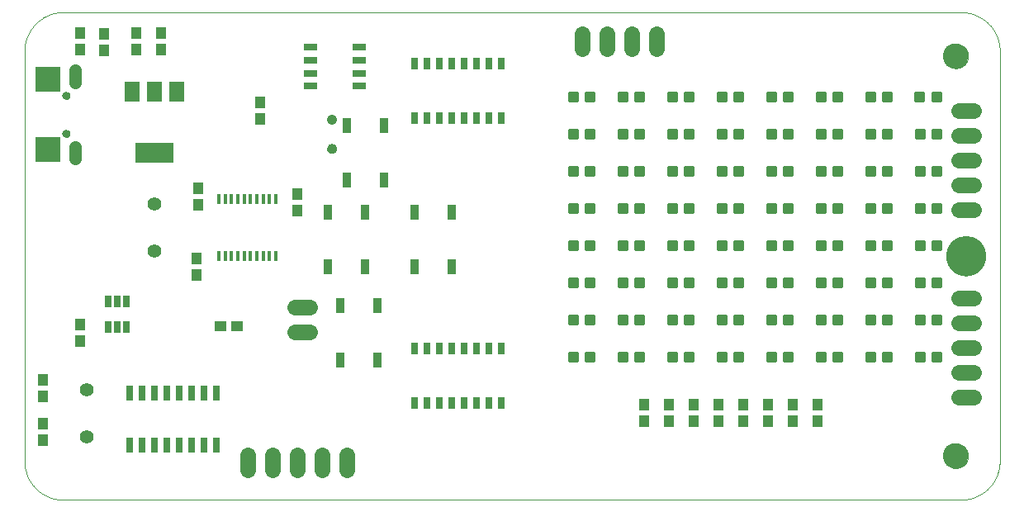
<source format=gts>
G75*
%MOIN*%
%OFA0B0*%
%FSLAX25Y25*%
%IPPOS*%
%LPD*%
%AMOC8*
5,1,8,0,0,1.08239X$1,22.5*
%
%ADD10C,0.00000*%
%ADD11C,0.16148*%
%ADD12C,0.01301*%
%ADD13R,0.04337X0.04731*%
%ADD14C,0.05600*%
%ADD15R,0.02900X0.06400*%
%ADD16R,0.06300X0.08300*%
%ADD17R,0.15400X0.08300*%
%ADD18R,0.01600X0.04300*%
%ADD19R,0.02762X0.05124*%
%ADD20R,0.03400X0.06400*%
%ADD21C,0.06400*%
%ADD22R,0.02565X0.05124*%
%ADD23R,0.04731X0.04337*%
%ADD24C,0.10243*%
%ADD25R,0.05400X0.02900*%
%ADD26C,0.03943*%
%ADD27C,0.03156*%
%ADD28R,0.10243X0.10243*%
%ADD29C,0.05156*%
D10*
X0020048Y0004300D02*
X0382253Y0004300D01*
X0382634Y0004305D01*
X0383014Y0004318D01*
X0383394Y0004341D01*
X0383773Y0004374D01*
X0384151Y0004415D01*
X0384528Y0004465D01*
X0384904Y0004525D01*
X0385279Y0004593D01*
X0385651Y0004671D01*
X0386022Y0004758D01*
X0386390Y0004853D01*
X0386756Y0004958D01*
X0387119Y0005071D01*
X0387480Y0005193D01*
X0387837Y0005323D01*
X0388191Y0005463D01*
X0388542Y0005610D01*
X0388889Y0005767D01*
X0389232Y0005931D01*
X0389571Y0006104D01*
X0389906Y0006285D01*
X0390237Y0006474D01*
X0390562Y0006671D01*
X0390883Y0006875D01*
X0391199Y0007088D01*
X0391509Y0007308D01*
X0391815Y0007535D01*
X0392114Y0007770D01*
X0392408Y0008012D01*
X0392696Y0008260D01*
X0392978Y0008516D01*
X0393253Y0008779D01*
X0393522Y0009048D01*
X0393785Y0009323D01*
X0394041Y0009605D01*
X0394289Y0009893D01*
X0394531Y0010187D01*
X0394766Y0010486D01*
X0394993Y0010792D01*
X0395213Y0011102D01*
X0395426Y0011418D01*
X0395630Y0011739D01*
X0395827Y0012064D01*
X0396016Y0012395D01*
X0396197Y0012730D01*
X0396370Y0013069D01*
X0396534Y0013412D01*
X0396691Y0013759D01*
X0396838Y0014110D01*
X0396978Y0014464D01*
X0397108Y0014821D01*
X0397230Y0015182D01*
X0397343Y0015545D01*
X0397448Y0015911D01*
X0397543Y0016279D01*
X0397630Y0016650D01*
X0397708Y0017022D01*
X0397776Y0017397D01*
X0397836Y0017773D01*
X0397886Y0018150D01*
X0397927Y0018528D01*
X0397960Y0018907D01*
X0397983Y0019287D01*
X0397996Y0019667D01*
X0398001Y0020048D01*
X0398001Y0185402D01*
X0397996Y0185783D01*
X0397983Y0186163D01*
X0397960Y0186543D01*
X0397927Y0186922D01*
X0397886Y0187300D01*
X0397836Y0187677D01*
X0397776Y0188053D01*
X0397708Y0188428D01*
X0397630Y0188800D01*
X0397543Y0189171D01*
X0397448Y0189539D01*
X0397343Y0189905D01*
X0397230Y0190268D01*
X0397108Y0190629D01*
X0396978Y0190986D01*
X0396838Y0191340D01*
X0396691Y0191691D01*
X0396534Y0192038D01*
X0396370Y0192381D01*
X0396197Y0192720D01*
X0396016Y0193055D01*
X0395827Y0193386D01*
X0395630Y0193711D01*
X0395426Y0194032D01*
X0395213Y0194348D01*
X0394993Y0194658D01*
X0394766Y0194964D01*
X0394531Y0195263D01*
X0394289Y0195557D01*
X0394041Y0195845D01*
X0393785Y0196127D01*
X0393522Y0196402D01*
X0393253Y0196671D01*
X0392978Y0196934D01*
X0392696Y0197190D01*
X0392408Y0197438D01*
X0392114Y0197680D01*
X0391815Y0197915D01*
X0391509Y0198142D01*
X0391199Y0198362D01*
X0390883Y0198575D01*
X0390562Y0198779D01*
X0390237Y0198976D01*
X0389906Y0199165D01*
X0389571Y0199346D01*
X0389232Y0199519D01*
X0388889Y0199683D01*
X0388542Y0199840D01*
X0388191Y0199987D01*
X0387837Y0200127D01*
X0387480Y0200257D01*
X0387119Y0200379D01*
X0386756Y0200492D01*
X0386390Y0200597D01*
X0386022Y0200692D01*
X0385651Y0200779D01*
X0385279Y0200857D01*
X0384904Y0200925D01*
X0384528Y0200985D01*
X0384151Y0201035D01*
X0383773Y0201076D01*
X0383394Y0201109D01*
X0383014Y0201132D01*
X0382634Y0201145D01*
X0382253Y0201150D01*
X0020048Y0201150D01*
X0019662Y0201145D01*
X0019275Y0201131D01*
X0018890Y0201107D01*
X0018504Y0201074D01*
X0018120Y0201032D01*
X0017737Y0200980D01*
X0017356Y0200918D01*
X0016976Y0200847D01*
X0016598Y0200767D01*
X0016222Y0200678D01*
X0015848Y0200580D01*
X0015477Y0200472D01*
X0015108Y0200355D01*
X0014743Y0200229D01*
X0014380Y0200095D01*
X0014022Y0199951D01*
X0013666Y0199799D01*
X0013315Y0199638D01*
X0012968Y0199468D01*
X0012624Y0199290D01*
X0012286Y0199104D01*
X0011952Y0198910D01*
X0011623Y0198707D01*
X0011299Y0198496D01*
X0010980Y0198277D01*
X0010667Y0198051D01*
X0010359Y0197817D01*
X0010058Y0197575D01*
X0009762Y0197327D01*
X0009472Y0197070D01*
X0009189Y0196807D01*
X0008912Y0196538D01*
X0008643Y0196261D01*
X0008380Y0195978D01*
X0008123Y0195688D01*
X0007875Y0195392D01*
X0007633Y0195091D01*
X0007399Y0194783D01*
X0007173Y0194470D01*
X0006954Y0194151D01*
X0006743Y0193827D01*
X0006540Y0193498D01*
X0006346Y0193164D01*
X0006160Y0192826D01*
X0005982Y0192482D01*
X0005812Y0192135D01*
X0005651Y0191784D01*
X0005499Y0191428D01*
X0005355Y0191070D01*
X0005221Y0190707D01*
X0005095Y0190342D01*
X0004978Y0189973D01*
X0004870Y0189602D01*
X0004772Y0189228D01*
X0004683Y0188852D01*
X0004603Y0188474D01*
X0004532Y0188094D01*
X0004470Y0187713D01*
X0004418Y0187330D01*
X0004376Y0186946D01*
X0004343Y0186560D01*
X0004319Y0186175D01*
X0004305Y0185788D01*
X0004300Y0185402D01*
X0004300Y0020048D01*
X0004305Y0019667D01*
X0004318Y0019287D01*
X0004341Y0018907D01*
X0004374Y0018528D01*
X0004415Y0018150D01*
X0004465Y0017773D01*
X0004525Y0017397D01*
X0004593Y0017022D01*
X0004671Y0016650D01*
X0004758Y0016279D01*
X0004853Y0015911D01*
X0004958Y0015545D01*
X0005071Y0015182D01*
X0005193Y0014821D01*
X0005323Y0014464D01*
X0005463Y0014110D01*
X0005610Y0013759D01*
X0005767Y0013412D01*
X0005931Y0013069D01*
X0006104Y0012730D01*
X0006285Y0012395D01*
X0006474Y0012064D01*
X0006671Y0011739D01*
X0006875Y0011418D01*
X0007088Y0011102D01*
X0007308Y0010792D01*
X0007535Y0010486D01*
X0007770Y0010187D01*
X0008012Y0009893D01*
X0008260Y0009605D01*
X0008516Y0009323D01*
X0008779Y0009048D01*
X0009048Y0008779D01*
X0009323Y0008516D01*
X0009605Y0008260D01*
X0009893Y0008012D01*
X0010187Y0007770D01*
X0010486Y0007535D01*
X0010792Y0007308D01*
X0011102Y0007088D01*
X0011418Y0006875D01*
X0011739Y0006671D01*
X0012064Y0006474D01*
X0012395Y0006285D01*
X0012730Y0006104D01*
X0013069Y0005931D01*
X0013412Y0005767D01*
X0013759Y0005610D01*
X0014110Y0005463D01*
X0014464Y0005323D01*
X0014821Y0005193D01*
X0015182Y0005071D01*
X0015545Y0004958D01*
X0015911Y0004853D01*
X0016279Y0004758D01*
X0016650Y0004671D01*
X0017022Y0004593D01*
X0017397Y0004525D01*
X0017773Y0004465D01*
X0018150Y0004415D01*
X0018528Y0004374D01*
X0018907Y0004341D01*
X0019287Y0004318D01*
X0019667Y0004305D01*
X0020048Y0004300D01*
X0014930Y0144457D02*
X0012568Y0144457D01*
X0012502Y0144465D01*
X0012438Y0144477D01*
X0012374Y0144493D01*
X0012311Y0144512D01*
X0012250Y0144536D01*
X0012190Y0144563D01*
X0012132Y0144593D01*
X0012076Y0144627D01*
X0012022Y0144664D01*
X0011970Y0144705D01*
X0011921Y0144749D01*
X0011874Y0144795D01*
X0011831Y0144844D01*
X0011790Y0144896D01*
X0011753Y0144950D01*
X0011719Y0145006D01*
X0011689Y0145064D01*
X0011662Y0145124D01*
X0011638Y0145185D01*
X0011619Y0145248D01*
X0011603Y0145312D01*
X0011591Y0145376D01*
X0011583Y0145442D01*
X0011579Y0145507D01*
X0011579Y0145573D01*
X0011583Y0145638D01*
X0011583Y0145639D02*
X0011579Y0145704D01*
X0011579Y0145770D01*
X0011583Y0145835D01*
X0011591Y0145901D01*
X0011603Y0145965D01*
X0011619Y0146029D01*
X0011638Y0146092D01*
X0011662Y0146153D01*
X0011689Y0146213D01*
X0011719Y0146271D01*
X0011753Y0146327D01*
X0011790Y0146381D01*
X0011831Y0146433D01*
X0011874Y0146482D01*
X0011921Y0146528D01*
X0011970Y0146572D01*
X0012022Y0146613D01*
X0012076Y0146650D01*
X0012132Y0146684D01*
X0012190Y0146714D01*
X0012250Y0146741D01*
X0012311Y0146765D01*
X0012374Y0146784D01*
X0012438Y0146800D01*
X0012502Y0146812D01*
X0012568Y0146820D01*
X0014930Y0146820D01*
X0014929Y0146820D02*
X0014992Y0146812D01*
X0015054Y0146801D01*
X0015116Y0146786D01*
X0015176Y0146768D01*
X0015236Y0146746D01*
X0015294Y0146721D01*
X0015350Y0146692D01*
X0015405Y0146660D01*
X0015457Y0146625D01*
X0015508Y0146587D01*
X0015556Y0146547D01*
X0015602Y0146503D01*
X0015645Y0146457D01*
X0015686Y0146408D01*
X0015724Y0146357D01*
X0015758Y0146305D01*
X0015790Y0146250D01*
X0015818Y0146193D01*
X0015843Y0146135D01*
X0015864Y0146075D01*
X0015882Y0146015D01*
X0015896Y0145953D01*
X0015907Y0145891D01*
X0015914Y0145828D01*
X0015918Y0145765D01*
X0015917Y0145702D01*
X0015914Y0145639D01*
X0015914Y0145638D02*
X0015917Y0145575D01*
X0015918Y0145512D01*
X0015914Y0145449D01*
X0015907Y0145386D01*
X0015896Y0145324D01*
X0015882Y0145262D01*
X0015864Y0145202D01*
X0015843Y0145142D01*
X0015818Y0145084D01*
X0015790Y0145027D01*
X0015758Y0144972D01*
X0015724Y0144920D01*
X0015686Y0144869D01*
X0015645Y0144820D01*
X0015602Y0144774D01*
X0015556Y0144730D01*
X0015508Y0144690D01*
X0015457Y0144652D01*
X0015405Y0144617D01*
X0015350Y0144585D01*
X0015294Y0144556D01*
X0015236Y0144531D01*
X0015176Y0144509D01*
X0015116Y0144491D01*
X0015054Y0144476D01*
X0014992Y0144465D01*
X0014929Y0144457D01*
X0019851Y0152135D02*
X0019853Y0152209D01*
X0019859Y0152283D01*
X0019869Y0152356D01*
X0019883Y0152429D01*
X0019900Y0152501D01*
X0019922Y0152571D01*
X0019947Y0152641D01*
X0019976Y0152709D01*
X0020009Y0152775D01*
X0020045Y0152840D01*
X0020085Y0152902D01*
X0020127Y0152963D01*
X0020173Y0153021D01*
X0020222Y0153076D01*
X0020274Y0153129D01*
X0020329Y0153179D01*
X0020386Y0153225D01*
X0020446Y0153269D01*
X0020508Y0153309D01*
X0020572Y0153346D01*
X0020638Y0153380D01*
X0020706Y0153410D01*
X0020775Y0153436D01*
X0020846Y0153459D01*
X0020917Y0153477D01*
X0020990Y0153492D01*
X0021063Y0153503D01*
X0021137Y0153510D01*
X0021211Y0153513D01*
X0021284Y0153512D01*
X0021358Y0153507D01*
X0021432Y0153498D01*
X0021505Y0153485D01*
X0021577Y0153468D01*
X0021648Y0153448D01*
X0021718Y0153423D01*
X0021786Y0153395D01*
X0021853Y0153364D01*
X0021918Y0153328D01*
X0021981Y0153290D01*
X0022042Y0153248D01*
X0022101Y0153202D01*
X0022157Y0153154D01*
X0022210Y0153103D01*
X0022260Y0153049D01*
X0022308Y0152992D01*
X0022352Y0152933D01*
X0022394Y0152871D01*
X0022432Y0152808D01*
X0022466Y0152742D01*
X0022497Y0152675D01*
X0022524Y0152606D01*
X0022547Y0152536D01*
X0022567Y0152465D01*
X0022583Y0152392D01*
X0022595Y0152319D01*
X0022603Y0152246D01*
X0022607Y0152172D01*
X0022607Y0152098D01*
X0022603Y0152024D01*
X0022595Y0151951D01*
X0022583Y0151878D01*
X0022567Y0151805D01*
X0022547Y0151734D01*
X0022524Y0151664D01*
X0022497Y0151595D01*
X0022466Y0151528D01*
X0022432Y0151462D01*
X0022394Y0151399D01*
X0022352Y0151337D01*
X0022308Y0151278D01*
X0022260Y0151221D01*
X0022210Y0151167D01*
X0022157Y0151116D01*
X0022101Y0151068D01*
X0022042Y0151022D01*
X0021981Y0150980D01*
X0021918Y0150942D01*
X0021853Y0150906D01*
X0021786Y0150875D01*
X0021718Y0150847D01*
X0021648Y0150822D01*
X0021577Y0150802D01*
X0021505Y0150785D01*
X0021432Y0150772D01*
X0021358Y0150763D01*
X0021284Y0150758D01*
X0021211Y0150757D01*
X0021137Y0150760D01*
X0021063Y0150767D01*
X0020990Y0150778D01*
X0020917Y0150793D01*
X0020846Y0150811D01*
X0020775Y0150834D01*
X0020706Y0150860D01*
X0020638Y0150890D01*
X0020572Y0150924D01*
X0020508Y0150961D01*
X0020446Y0151001D01*
X0020386Y0151045D01*
X0020329Y0151091D01*
X0020274Y0151141D01*
X0020222Y0151194D01*
X0020173Y0151249D01*
X0020127Y0151307D01*
X0020085Y0151368D01*
X0020045Y0151430D01*
X0020009Y0151495D01*
X0019976Y0151561D01*
X0019947Y0151629D01*
X0019922Y0151699D01*
X0019900Y0151769D01*
X0019883Y0151841D01*
X0019869Y0151914D01*
X0019859Y0151987D01*
X0019853Y0152061D01*
X0019851Y0152135D01*
X0019851Y0167489D02*
X0019853Y0167563D01*
X0019859Y0167637D01*
X0019869Y0167710D01*
X0019883Y0167783D01*
X0019900Y0167855D01*
X0019922Y0167925D01*
X0019947Y0167995D01*
X0019976Y0168063D01*
X0020009Y0168129D01*
X0020045Y0168194D01*
X0020085Y0168256D01*
X0020127Y0168317D01*
X0020173Y0168375D01*
X0020222Y0168430D01*
X0020274Y0168483D01*
X0020329Y0168533D01*
X0020386Y0168579D01*
X0020446Y0168623D01*
X0020508Y0168663D01*
X0020572Y0168700D01*
X0020638Y0168734D01*
X0020706Y0168764D01*
X0020775Y0168790D01*
X0020846Y0168813D01*
X0020917Y0168831D01*
X0020990Y0168846D01*
X0021063Y0168857D01*
X0021137Y0168864D01*
X0021211Y0168867D01*
X0021284Y0168866D01*
X0021358Y0168861D01*
X0021432Y0168852D01*
X0021505Y0168839D01*
X0021577Y0168822D01*
X0021648Y0168802D01*
X0021718Y0168777D01*
X0021786Y0168749D01*
X0021853Y0168718D01*
X0021918Y0168682D01*
X0021981Y0168644D01*
X0022042Y0168602D01*
X0022101Y0168556D01*
X0022157Y0168508D01*
X0022210Y0168457D01*
X0022260Y0168403D01*
X0022308Y0168346D01*
X0022352Y0168287D01*
X0022394Y0168225D01*
X0022432Y0168162D01*
X0022466Y0168096D01*
X0022497Y0168029D01*
X0022524Y0167960D01*
X0022547Y0167890D01*
X0022567Y0167819D01*
X0022583Y0167746D01*
X0022595Y0167673D01*
X0022603Y0167600D01*
X0022607Y0167526D01*
X0022607Y0167452D01*
X0022603Y0167378D01*
X0022595Y0167305D01*
X0022583Y0167232D01*
X0022567Y0167159D01*
X0022547Y0167088D01*
X0022524Y0167018D01*
X0022497Y0166949D01*
X0022466Y0166882D01*
X0022432Y0166816D01*
X0022394Y0166753D01*
X0022352Y0166691D01*
X0022308Y0166632D01*
X0022260Y0166575D01*
X0022210Y0166521D01*
X0022157Y0166470D01*
X0022101Y0166422D01*
X0022042Y0166376D01*
X0021981Y0166334D01*
X0021918Y0166296D01*
X0021853Y0166260D01*
X0021786Y0166229D01*
X0021718Y0166201D01*
X0021648Y0166176D01*
X0021577Y0166156D01*
X0021505Y0166139D01*
X0021432Y0166126D01*
X0021358Y0166117D01*
X0021284Y0166112D01*
X0021211Y0166111D01*
X0021137Y0166114D01*
X0021063Y0166121D01*
X0020990Y0166132D01*
X0020917Y0166147D01*
X0020846Y0166165D01*
X0020775Y0166188D01*
X0020706Y0166214D01*
X0020638Y0166244D01*
X0020572Y0166278D01*
X0020508Y0166315D01*
X0020446Y0166355D01*
X0020386Y0166399D01*
X0020329Y0166445D01*
X0020274Y0166495D01*
X0020222Y0166548D01*
X0020173Y0166603D01*
X0020127Y0166661D01*
X0020085Y0166722D01*
X0020045Y0166784D01*
X0020009Y0166849D01*
X0019976Y0166915D01*
X0019947Y0166983D01*
X0019922Y0167053D01*
X0019900Y0167123D01*
X0019883Y0167195D01*
X0019869Y0167268D01*
X0019859Y0167341D01*
X0019853Y0167415D01*
X0019851Y0167489D01*
X0014930Y0172804D02*
X0012568Y0172804D01*
X0012502Y0172812D01*
X0012438Y0172824D01*
X0012374Y0172840D01*
X0012311Y0172859D01*
X0012250Y0172883D01*
X0012190Y0172910D01*
X0012132Y0172940D01*
X0012076Y0172974D01*
X0012022Y0173011D01*
X0011970Y0173052D01*
X0011921Y0173096D01*
X0011874Y0173142D01*
X0011831Y0173191D01*
X0011790Y0173243D01*
X0011753Y0173297D01*
X0011719Y0173353D01*
X0011689Y0173411D01*
X0011662Y0173471D01*
X0011638Y0173532D01*
X0011619Y0173595D01*
X0011603Y0173659D01*
X0011591Y0173723D01*
X0011583Y0173789D01*
X0011579Y0173854D01*
X0011579Y0173920D01*
X0011583Y0173985D01*
X0011579Y0174050D01*
X0011579Y0174116D01*
X0011583Y0174181D01*
X0011591Y0174247D01*
X0011603Y0174311D01*
X0011619Y0174375D01*
X0011638Y0174438D01*
X0011662Y0174499D01*
X0011689Y0174559D01*
X0011719Y0174617D01*
X0011753Y0174673D01*
X0011790Y0174727D01*
X0011831Y0174779D01*
X0011874Y0174828D01*
X0011921Y0174874D01*
X0011970Y0174918D01*
X0012022Y0174959D01*
X0012076Y0174996D01*
X0012132Y0175030D01*
X0012190Y0175060D01*
X0012250Y0175087D01*
X0012311Y0175111D01*
X0012374Y0175130D01*
X0012438Y0175146D01*
X0012502Y0175158D01*
X0012568Y0175166D01*
X0014930Y0175166D01*
X0014929Y0175166D02*
X0014992Y0175158D01*
X0015054Y0175147D01*
X0015116Y0175132D01*
X0015176Y0175114D01*
X0015236Y0175092D01*
X0015294Y0175067D01*
X0015350Y0175038D01*
X0015405Y0175006D01*
X0015457Y0174971D01*
X0015508Y0174933D01*
X0015556Y0174893D01*
X0015602Y0174849D01*
X0015645Y0174803D01*
X0015686Y0174754D01*
X0015724Y0174703D01*
X0015758Y0174651D01*
X0015790Y0174596D01*
X0015818Y0174539D01*
X0015843Y0174481D01*
X0015864Y0174421D01*
X0015882Y0174361D01*
X0015896Y0174299D01*
X0015907Y0174237D01*
X0015914Y0174174D01*
X0015918Y0174111D01*
X0015917Y0174048D01*
X0015914Y0173985D01*
X0015917Y0173922D01*
X0015918Y0173859D01*
X0015914Y0173796D01*
X0015907Y0173733D01*
X0015896Y0173671D01*
X0015882Y0173609D01*
X0015864Y0173549D01*
X0015843Y0173489D01*
X0015818Y0173431D01*
X0015790Y0173374D01*
X0015758Y0173319D01*
X0015724Y0173267D01*
X0015686Y0173216D01*
X0015645Y0173167D01*
X0015602Y0173121D01*
X0015556Y0173077D01*
X0015508Y0173037D01*
X0015457Y0172999D01*
X0015405Y0172964D01*
X0015350Y0172932D01*
X0015294Y0172903D01*
X0015236Y0172878D01*
X0015176Y0172856D01*
X0015116Y0172838D01*
X0015054Y0172823D01*
X0014992Y0172812D01*
X0014929Y0172804D01*
X0126544Y0157843D02*
X0126546Y0157927D01*
X0126552Y0158010D01*
X0126562Y0158093D01*
X0126576Y0158176D01*
X0126593Y0158258D01*
X0126615Y0158339D01*
X0126640Y0158418D01*
X0126669Y0158497D01*
X0126702Y0158574D01*
X0126738Y0158649D01*
X0126778Y0158723D01*
X0126821Y0158795D01*
X0126868Y0158864D01*
X0126918Y0158931D01*
X0126971Y0158996D01*
X0127027Y0159058D01*
X0127085Y0159118D01*
X0127147Y0159175D01*
X0127211Y0159228D01*
X0127278Y0159279D01*
X0127347Y0159326D01*
X0127418Y0159371D01*
X0127491Y0159411D01*
X0127566Y0159448D01*
X0127643Y0159482D01*
X0127721Y0159512D01*
X0127800Y0159538D01*
X0127881Y0159561D01*
X0127963Y0159579D01*
X0128045Y0159594D01*
X0128128Y0159605D01*
X0128211Y0159612D01*
X0128295Y0159615D01*
X0128379Y0159614D01*
X0128462Y0159609D01*
X0128546Y0159600D01*
X0128628Y0159587D01*
X0128710Y0159571D01*
X0128791Y0159550D01*
X0128872Y0159526D01*
X0128950Y0159498D01*
X0129028Y0159466D01*
X0129104Y0159430D01*
X0129178Y0159391D01*
X0129250Y0159349D01*
X0129320Y0159303D01*
X0129388Y0159254D01*
X0129453Y0159202D01*
X0129516Y0159147D01*
X0129576Y0159089D01*
X0129634Y0159028D01*
X0129688Y0158964D01*
X0129740Y0158898D01*
X0129788Y0158830D01*
X0129833Y0158759D01*
X0129874Y0158686D01*
X0129913Y0158612D01*
X0129947Y0158536D01*
X0129978Y0158458D01*
X0130005Y0158379D01*
X0130029Y0158298D01*
X0130048Y0158217D01*
X0130064Y0158135D01*
X0130076Y0158052D01*
X0130084Y0157968D01*
X0130088Y0157885D01*
X0130088Y0157801D01*
X0130084Y0157718D01*
X0130076Y0157634D01*
X0130064Y0157551D01*
X0130048Y0157469D01*
X0130029Y0157388D01*
X0130005Y0157307D01*
X0129978Y0157228D01*
X0129947Y0157150D01*
X0129913Y0157074D01*
X0129874Y0157000D01*
X0129833Y0156927D01*
X0129788Y0156856D01*
X0129740Y0156788D01*
X0129688Y0156722D01*
X0129634Y0156658D01*
X0129576Y0156597D01*
X0129516Y0156539D01*
X0129453Y0156484D01*
X0129388Y0156432D01*
X0129320Y0156383D01*
X0129250Y0156337D01*
X0129178Y0156295D01*
X0129104Y0156256D01*
X0129028Y0156220D01*
X0128950Y0156188D01*
X0128872Y0156160D01*
X0128791Y0156136D01*
X0128710Y0156115D01*
X0128628Y0156099D01*
X0128546Y0156086D01*
X0128462Y0156077D01*
X0128379Y0156072D01*
X0128295Y0156071D01*
X0128211Y0156074D01*
X0128128Y0156081D01*
X0128045Y0156092D01*
X0127963Y0156107D01*
X0127881Y0156125D01*
X0127800Y0156148D01*
X0127721Y0156174D01*
X0127643Y0156204D01*
X0127566Y0156238D01*
X0127491Y0156275D01*
X0127418Y0156315D01*
X0127347Y0156360D01*
X0127278Y0156407D01*
X0127211Y0156458D01*
X0127147Y0156511D01*
X0127085Y0156568D01*
X0127027Y0156628D01*
X0126971Y0156690D01*
X0126918Y0156755D01*
X0126868Y0156822D01*
X0126821Y0156891D01*
X0126778Y0156963D01*
X0126738Y0157037D01*
X0126702Y0157112D01*
X0126669Y0157189D01*
X0126640Y0157268D01*
X0126615Y0157347D01*
X0126593Y0157428D01*
X0126576Y0157510D01*
X0126562Y0157593D01*
X0126552Y0157676D01*
X0126546Y0157759D01*
X0126544Y0157843D01*
X0126544Y0146032D02*
X0126546Y0146116D01*
X0126552Y0146199D01*
X0126562Y0146282D01*
X0126576Y0146365D01*
X0126593Y0146447D01*
X0126615Y0146528D01*
X0126640Y0146607D01*
X0126669Y0146686D01*
X0126702Y0146763D01*
X0126738Y0146838D01*
X0126778Y0146912D01*
X0126821Y0146984D01*
X0126868Y0147053D01*
X0126918Y0147120D01*
X0126971Y0147185D01*
X0127027Y0147247D01*
X0127085Y0147307D01*
X0127147Y0147364D01*
X0127211Y0147417D01*
X0127278Y0147468D01*
X0127347Y0147515D01*
X0127418Y0147560D01*
X0127491Y0147600D01*
X0127566Y0147637D01*
X0127643Y0147671D01*
X0127721Y0147701D01*
X0127800Y0147727D01*
X0127881Y0147750D01*
X0127963Y0147768D01*
X0128045Y0147783D01*
X0128128Y0147794D01*
X0128211Y0147801D01*
X0128295Y0147804D01*
X0128379Y0147803D01*
X0128462Y0147798D01*
X0128546Y0147789D01*
X0128628Y0147776D01*
X0128710Y0147760D01*
X0128791Y0147739D01*
X0128872Y0147715D01*
X0128950Y0147687D01*
X0129028Y0147655D01*
X0129104Y0147619D01*
X0129178Y0147580D01*
X0129250Y0147538D01*
X0129320Y0147492D01*
X0129388Y0147443D01*
X0129453Y0147391D01*
X0129516Y0147336D01*
X0129576Y0147278D01*
X0129634Y0147217D01*
X0129688Y0147153D01*
X0129740Y0147087D01*
X0129788Y0147019D01*
X0129833Y0146948D01*
X0129874Y0146875D01*
X0129913Y0146801D01*
X0129947Y0146725D01*
X0129978Y0146647D01*
X0130005Y0146568D01*
X0130029Y0146487D01*
X0130048Y0146406D01*
X0130064Y0146324D01*
X0130076Y0146241D01*
X0130084Y0146157D01*
X0130088Y0146074D01*
X0130088Y0145990D01*
X0130084Y0145907D01*
X0130076Y0145823D01*
X0130064Y0145740D01*
X0130048Y0145658D01*
X0130029Y0145577D01*
X0130005Y0145496D01*
X0129978Y0145417D01*
X0129947Y0145339D01*
X0129913Y0145263D01*
X0129874Y0145189D01*
X0129833Y0145116D01*
X0129788Y0145045D01*
X0129740Y0144977D01*
X0129688Y0144911D01*
X0129634Y0144847D01*
X0129576Y0144786D01*
X0129516Y0144728D01*
X0129453Y0144673D01*
X0129388Y0144621D01*
X0129320Y0144572D01*
X0129250Y0144526D01*
X0129178Y0144484D01*
X0129104Y0144445D01*
X0129028Y0144409D01*
X0128950Y0144377D01*
X0128872Y0144349D01*
X0128791Y0144325D01*
X0128710Y0144304D01*
X0128628Y0144288D01*
X0128546Y0144275D01*
X0128462Y0144266D01*
X0128379Y0144261D01*
X0128295Y0144260D01*
X0128211Y0144263D01*
X0128128Y0144270D01*
X0128045Y0144281D01*
X0127963Y0144296D01*
X0127881Y0144314D01*
X0127800Y0144337D01*
X0127721Y0144363D01*
X0127643Y0144393D01*
X0127566Y0144427D01*
X0127491Y0144464D01*
X0127418Y0144504D01*
X0127347Y0144549D01*
X0127278Y0144596D01*
X0127211Y0144647D01*
X0127147Y0144700D01*
X0127085Y0144757D01*
X0127027Y0144817D01*
X0126971Y0144879D01*
X0126918Y0144944D01*
X0126868Y0145011D01*
X0126821Y0145080D01*
X0126778Y0145152D01*
X0126738Y0145226D01*
X0126702Y0145301D01*
X0126669Y0145378D01*
X0126640Y0145457D01*
X0126615Y0145536D01*
X0126593Y0145617D01*
X0126576Y0145699D01*
X0126562Y0145782D01*
X0126552Y0145865D01*
X0126546Y0145948D01*
X0126544Y0146032D01*
X0375363Y0183434D02*
X0375365Y0183574D01*
X0375371Y0183714D01*
X0375381Y0183853D01*
X0375395Y0183992D01*
X0375413Y0184131D01*
X0375434Y0184269D01*
X0375460Y0184407D01*
X0375490Y0184544D01*
X0375523Y0184679D01*
X0375561Y0184814D01*
X0375602Y0184948D01*
X0375647Y0185081D01*
X0375695Y0185212D01*
X0375748Y0185341D01*
X0375804Y0185470D01*
X0375863Y0185596D01*
X0375927Y0185721D01*
X0375993Y0185844D01*
X0376064Y0185965D01*
X0376137Y0186084D01*
X0376214Y0186201D01*
X0376295Y0186315D01*
X0376378Y0186427D01*
X0376465Y0186537D01*
X0376555Y0186645D01*
X0376647Y0186749D01*
X0376743Y0186851D01*
X0376842Y0186951D01*
X0376943Y0187047D01*
X0377047Y0187141D01*
X0377154Y0187231D01*
X0377263Y0187318D01*
X0377375Y0187403D01*
X0377489Y0187484D01*
X0377605Y0187562D01*
X0377723Y0187636D01*
X0377844Y0187707D01*
X0377966Y0187775D01*
X0378091Y0187839D01*
X0378217Y0187900D01*
X0378344Y0187957D01*
X0378474Y0188010D01*
X0378605Y0188060D01*
X0378737Y0188105D01*
X0378870Y0188148D01*
X0379005Y0188186D01*
X0379140Y0188220D01*
X0379277Y0188251D01*
X0379414Y0188278D01*
X0379552Y0188300D01*
X0379691Y0188319D01*
X0379830Y0188334D01*
X0379969Y0188345D01*
X0380109Y0188352D01*
X0380249Y0188355D01*
X0380389Y0188354D01*
X0380529Y0188349D01*
X0380668Y0188340D01*
X0380808Y0188327D01*
X0380947Y0188310D01*
X0381085Y0188289D01*
X0381223Y0188265D01*
X0381360Y0188236D01*
X0381496Y0188204D01*
X0381631Y0188167D01*
X0381765Y0188127D01*
X0381898Y0188083D01*
X0382029Y0188035D01*
X0382159Y0187984D01*
X0382288Y0187929D01*
X0382415Y0187870D01*
X0382540Y0187807D01*
X0382663Y0187742D01*
X0382785Y0187672D01*
X0382904Y0187599D01*
X0383022Y0187523D01*
X0383137Y0187444D01*
X0383250Y0187361D01*
X0383360Y0187275D01*
X0383468Y0187186D01*
X0383573Y0187094D01*
X0383676Y0186999D01*
X0383776Y0186901D01*
X0383873Y0186801D01*
X0383967Y0186697D01*
X0384059Y0186591D01*
X0384147Y0186483D01*
X0384232Y0186372D01*
X0384314Y0186258D01*
X0384393Y0186142D01*
X0384468Y0186025D01*
X0384540Y0185905D01*
X0384608Y0185783D01*
X0384673Y0185659D01*
X0384735Y0185533D01*
X0384793Y0185406D01*
X0384847Y0185277D01*
X0384898Y0185146D01*
X0384944Y0185014D01*
X0384987Y0184881D01*
X0385027Y0184747D01*
X0385062Y0184612D01*
X0385094Y0184475D01*
X0385121Y0184338D01*
X0385145Y0184200D01*
X0385165Y0184062D01*
X0385181Y0183923D01*
X0385193Y0183783D01*
X0385201Y0183644D01*
X0385205Y0183504D01*
X0385205Y0183364D01*
X0385201Y0183224D01*
X0385193Y0183085D01*
X0385181Y0182945D01*
X0385165Y0182806D01*
X0385145Y0182668D01*
X0385121Y0182530D01*
X0385094Y0182393D01*
X0385062Y0182256D01*
X0385027Y0182121D01*
X0384987Y0181987D01*
X0384944Y0181854D01*
X0384898Y0181722D01*
X0384847Y0181591D01*
X0384793Y0181462D01*
X0384735Y0181335D01*
X0384673Y0181209D01*
X0384608Y0181085D01*
X0384540Y0180963D01*
X0384468Y0180843D01*
X0384393Y0180726D01*
X0384314Y0180610D01*
X0384232Y0180496D01*
X0384147Y0180385D01*
X0384059Y0180277D01*
X0383967Y0180171D01*
X0383873Y0180067D01*
X0383776Y0179967D01*
X0383676Y0179869D01*
X0383573Y0179774D01*
X0383468Y0179682D01*
X0383360Y0179593D01*
X0383250Y0179507D01*
X0383137Y0179424D01*
X0383022Y0179345D01*
X0382904Y0179269D01*
X0382785Y0179196D01*
X0382663Y0179126D01*
X0382540Y0179061D01*
X0382415Y0178998D01*
X0382288Y0178939D01*
X0382159Y0178884D01*
X0382029Y0178833D01*
X0381898Y0178785D01*
X0381765Y0178741D01*
X0381631Y0178701D01*
X0381496Y0178664D01*
X0381360Y0178632D01*
X0381223Y0178603D01*
X0381085Y0178579D01*
X0380947Y0178558D01*
X0380808Y0178541D01*
X0380668Y0178528D01*
X0380529Y0178519D01*
X0380389Y0178514D01*
X0380249Y0178513D01*
X0380109Y0178516D01*
X0379969Y0178523D01*
X0379830Y0178534D01*
X0379691Y0178549D01*
X0379552Y0178568D01*
X0379414Y0178590D01*
X0379277Y0178617D01*
X0379140Y0178648D01*
X0379005Y0178682D01*
X0378870Y0178720D01*
X0378737Y0178763D01*
X0378605Y0178808D01*
X0378474Y0178858D01*
X0378344Y0178911D01*
X0378217Y0178968D01*
X0378091Y0179029D01*
X0377966Y0179093D01*
X0377844Y0179161D01*
X0377723Y0179232D01*
X0377605Y0179306D01*
X0377489Y0179384D01*
X0377375Y0179465D01*
X0377263Y0179550D01*
X0377154Y0179637D01*
X0377047Y0179727D01*
X0376943Y0179821D01*
X0376842Y0179917D01*
X0376743Y0180017D01*
X0376647Y0180119D01*
X0376555Y0180223D01*
X0376465Y0180331D01*
X0376378Y0180441D01*
X0376295Y0180553D01*
X0376214Y0180667D01*
X0376137Y0180784D01*
X0376064Y0180903D01*
X0375993Y0181024D01*
X0375927Y0181147D01*
X0375863Y0181272D01*
X0375804Y0181398D01*
X0375748Y0181527D01*
X0375695Y0181656D01*
X0375647Y0181787D01*
X0375602Y0181920D01*
X0375561Y0182054D01*
X0375523Y0182189D01*
X0375490Y0182324D01*
X0375460Y0182461D01*
X0375434Y0182599D01*
X0375413Y0182737D01*
X0375395Y0182876D01*
X0375381Y0183015D01*
X0375371Y0183154D01*
X0375365Y0183294D01*
X0375363Y0183434D01*
X0376426Y0102725D02*
X0376428Y0102918D01*
X0376435Y0103111D01*
X0376447Y0103304D01*
X0376464Y0103497D01*
X0376485Y0103689D01*
X0376511Y0103880D01*
X0376542Y0104071D01*
X0376577Y0104261D01*
X0376617Y0104450D01*
X0376662Y0104638D01*
X0376711Y0104825D01*
X0376765Y0105011D01*
X0376823Y0105195D01*
X0376886Y0105378D01*
X0376954Y0105559D01*
X0377025Y0105738D01*
X0377102Y0105916D01*
X0377182Y0106092D01*
X0377267Y0106265D01*
X0377356Y0106437D01*
X0377449Y0106606D01*
X0377546Y0106773D01*
X0377648Y0106938D01*
X0377753Y0107100D01*
X0377862Y0107259D01*
X0377976Y0107416D01*
X0378093Y0107569D01*
X0378213Y0107720D01*
X0378338Y0107868D01*
X0378466Y0108013D01*
X0378597Y0108154D01*
X0378732Y0108293D01*
X0378871Y0108428D01*
X0379012Y0108559D01*
X0379157Y0108687D01*
X0379305Y0108812D01*
X0379456Y0108932D01*
X0379609Y0109049D01*
X0379766Y0109163D01*
X0379925Y0109272D01*
X0380087Y0109377D01*
X0380252Y0109479D01*
X0380419Y0109576D01*
X0380588Y0109669D01*
X0380760Y0109758D01*
X0380933Y0109843D01*
X0381109Y0109923D01*
X0381287Y0110000D01*
X0381466Y0110071D01*
X0381647Y0110139D01*
X0381830Y0110202D01*
X0382014Y0110260D01*
X0382200Y0110314D01*
X0382387Y0110363D01*
X0382575Y0110408D01*
X0382764Y0110448D01*
X0382954Y0110483D01*
X0383145Y0110514D01*
X0383336Y0110540D01*
X0383528Y0110561D01*
X0383721Y0110578D01*
X0383914Y0110590D01*
X0384107Y0110597D01*
X0384300Y0110599D01*
X0384493Y0110597D01*
X0384686Y0110590D01*
X0384879Y0110578D01*
X0385072Y0110561D01*
X0385264Y0110540D01*
X0385455Y0110514D01*
X0385646Y0110483D01*
X0385836Y0110448D01*
X0386025Y0110408D01*
X0386213Y0110363D01*
X0386400Y0110314D01*
X0386586Y0110260D01*
X0386770Y0110202D01*
X0386953Y0110139D01*
X0387134Y0110071D01*
X0387313Y0110000D01*
X0387491Y0109923D01*
X0387667Y0109843D01*
X0387840Y0109758D01*
X0388012Y0109669D01*
X0388181Y0109576D01*
X0388348Y0109479D01*
X0388513Y0109377D01*
X0388675Y0109272D01*
X0388834Y0109163D01*
X0388991Y0109049D01*
X0389144Y0108932D01*
X0389295Y0108812D01*
X0389443Y0108687D01*
X0389588Y0108559D01*
X0389729Y0108428D01*
X0389868Y0108293D01*
X0390003Y0108154D01*
X0390134Y0108013D01*
X0390262Y0107868D01*
X0390387Y0107720D01*
X0390507Y0107569D01*
X0390624Y0107416D01*
X0390738Y0107259D01*
X0390847Y0107100D01*
X0390952Y0106938D01*
X0391054Y0106773D01*
X0391151Y0106606D01*
X0391244Y0106437D01*
X0391333Y0106265D01*
X0391418Y0106092D01*
X0391498Y0105916D01*
X0391575Y0105738D01*
X0391646Y0105559D01*
X0391714Y0105378D01*
X0391777Y0105195D01*
X0391835Y0105011D01*
X0391889Y0104825D01*
X0391938Y0104638D01*
X0391983Y0104450D01*
X0392023Y0104261D01*
X0392058Y0104071D01*
X0392089Y0103880D01*
X0392115Y0103689D01*
X0392136Y0103497D01*
X0392153Y0103304D01*
X0392165Y0103111D01*
X0392172Y0102918D01*
X0392174Y0102725D01*
X0392172Y0102532D01*
X0392165Y0102339D01*
X0392153Y0102146D01*
X0392136Y0101953D01*
X0392115Y0101761D01*
X0392089Y0101570D01*
X0392058Y0101379D01*
X0392023Y0101189D01*
X0391983Y0101000D01*
X0391938Y0100812D01*
X0391889Y0100625D01*
X0391835Y0100439D01*
X0391777Y0100255D01*
X0391714Y0100072D01*
X0391646Y0099891D01*
X0391575Y0099712D01*
X0391498Y0099534D01*
X0391418Y0099358D01*
X0391333Y0099185D01*
X0391244Y0099013D01*
X0391151Y0098844D01*
X0391054Y0098677D01*
X0390952Y0098512D01*
X0390847Y0098350D01*
X0390738Y0098191D01*
X0390624Y0098034D01*
X0390507Y0097881D01*
X0390387Y0097730D01*
X0390262Y0097582D01*
X0390134Y0097437D01*
X0390003Y0097296D01*
X0389868Y0097157D01*
X0389729Y0097022D01*
X0389588Y0096891D01*
X0389443Y0096763D01*
X0389295Y0096638D01*
X0389144Y0096518D01*
X0388991Y0096401D01*
X0388834Y0096287D01*
X0388675Y0096178D01*
X0388513Y0096073D01*
X0388348Y0095971D01*
X0388181Y0095874D01*
X0388012Y0095781D01*
X0387840Y0095692D01*
X0387667Y0095607D01*
X0387491Y0095527D01*
X0387313Y0095450D01*
X0387134Y0095379D01*
X0386953Y0095311D01*
X0386770Y0095248D01*
X0386586Y0095190D01*
X0386400Y0095136D01*
X0386213Y0095087D01*
X0386025Y0095042D01*
X0385836Y0095002D01*
X0385646Y0094967D01*
X0385455Y0094936D01*
X0385264Y0094910D01*
X0385072Y0094889D01*
X0384879Y0094872D01*
X0384686Y0094860D01*
X0384493Y0094853D01*
X0384300Y0094851D01*
X0384107Y0094853D01*
X0383914Y0094860D01*
X0383721Y0094872D01*
X0383528Y0094889D01*
X0383336Y0094910D01*
X0383145Y0094936D01*
X0382954Y0094967D01*
X0382764Y0095002D01*
X0382575Y0095042D01*
X0382387Y0095087D01*
X0382200Y0095136D01*
X0382014Y0095190D01*
X0381830Y0095248D01*
X0381647Y0095311D01*
X0381466Y0095379D01*
X0381287Y0095450D01*
X0381109Y0095527D01*
X0380933Y0095607D01*
X0380760Y0095692D01*
X0380588Y0095781D01*
X0380419Y0095874D01*
X0380252Y0095971D01*
X0380087Y0096073D01*
X0379925Y0096178D01*
X0379766Y0096287D01*
X0379609Y0096401D01*
X0379456Y0096518D01*
X0379305Y0096638D01*
X0379157Y0096763D01*
X0379012Y0096891D01*
X0378871Y0097022D01*
X0378732Y0097157D01*
X0378597Y0097296D01*
X0378466Y0097437D01*
X0378338Y0097582D01*
X0378213Y0097730D01*
X0378093Y0097881D01*
X0377976Y0098034D01*
X0377862Y0098191D01*
X0377753Y0098350D01*
X0377648Y0098512D01*
X0377546Y0098677D01*
X0377449Y0098844D01*
X0377356Y0099013D01*
X0377267Y0099185D01*
X0377182Y0099358D01*
X0377102Y0099534D01*
X0377025Y0099712D01*
X0376954Y0099891D01*
X0376886Y0100072D01*
X0376823Y0100255D01*
X0376765Y0100439D01*
X0376711Y0100625D01*
X0376662Y0100812D01*
X0376617Y0101000D01*
X0376577Y0101189D01*
X0376542Y0101379D01*
X0376511Y0101570D01*
X0376485Y0101761D01*
X0376464Y0101953D01*
X0376447Y0102146D01*
X0376435Y0102339D01*
X0376428Y0102532D01*
X0376426Y0102725D01*
X0375363Y0022017D02*
X0375365Y0022157D01*
X0375371Y0022297D01*
X0375381Y0022436D01*
X0375395Y0022575D01*
X0375413Y0022714D01*
X0375434Y0022852D01*
X0375460Y0022990D01*
X0375490Y0023127D01*
X0375523Y0023262D01*
X0375561Y0023397D01*
X0375602Y0023531D01*
X0375647Y0023664D01*
X0375695Y0023795D01*
X0375748Y0023924D01*
X0375804Y0024053D01*
X0375863Y0024179D01*
X0375927Y0024304D01*
X0375993Y0024427D01*
X0376064Y0024548D01*
X0376137Y0024667D01*
X0376214Y0024784D01*
X0376295Y0024898D01*
X0376378Y0025010D01*
X0376465Y0025120D01*
X0376555Y0025228D01*
X0376647Y0025332D01*
X0376743Y0025434D01*
X0376842Y0025534D01*
X0376943Y0025630D01*
X0377047Y0025724D01*
X0377154Y0025814D01*
X0377263Y0025901D01*
X0377375Y0025986D01*
X0377489Y0026067D01*
X0377605Y0026145D01*
X0377723Y0026219D01*
X0377844Y0026290D01*
X0377966Y0026358D01*
X0378091Y0026422D01*
X0378217Y0026483D01*
X0378344Y0026540D01*
X0378474Y0026593D01*
X0378605Y0026643D01*
X0378737Y0026688D01*
X0378870Y0026731D01*
X0379005Y0026769D01*
X0379140Y0026803D01*
X0379277Y0026834D01*
X0379414Y0026861D01*
X0379552Y0026883D01*
X0379691Y0026902D01*
X0379830Y0026917D01*
X0379969Y0026928D01*
X0380109Y0026935D01*
X0380249Y0026938D01*
X0380389Y0026937D01*
X0380529Y0026932D01*
X0380668Y0026923D01*
X0380808Y0026910D01*
X0380947Y0026893D01*
X0381085Y0026872D01*
X0381223Y0026848D01*
X0381360Y0026819D01*
X0381496Y0026787D01*
X0381631Y0026750D01*
X0381765Y0026710D01*
X0381898Y0026666D01*
X0382029Y0026618D01*
X0382159Y0026567D01*
X0382288Y0026512D01*
X0382415Y0026453D01*
X0382540Y0026390D01*
X0382663Y0026325D01*
X0382785Y0026255D01*
X0382904Y0026182D01*
X0383022Y0026106D01*
X0383137Y0026027D01*
X0383250Y0025944D01*
X0383360Y0025858D01*
X0383468Y0025769D01*
X0383573Y0025677D01*
X0383676Y0025582D01*
X0383776Y0025484D01*
X0383873Y0025384D01*
X0383967Y0025280D01*
X0384059Y0025174D01*
X0384147Y0025066D01*
X0384232Y0024955D01*
X0384314Y0024841D01*
X0384393Y0024725D01*
X0384468Y0024608D01*
X0384540Y0024488D01*
X0384608Y0024366D01*
X0384673Y0024242D01*
X0384735Y0024116D01*
X0384793Y0023989D01*
X0384847Y0023860D01*
X0384898Y0023729D01*
X0384944Y0023597D01*
X0384987Y0023464D01*
X0385027Y0023330D01*
X0385062Y0023195D01*
X0385094Y0023058D01*
X0385121Y0022921D01*
X0385145Y0022783D01*
X0385165Y0022645D01*
X0385181Y0022506D01*
X0385193Y0022366D01*
X0385201Y0022227D01*
X0385205Y0022087D01*
X0385205Y0021947D01*
X0385201Y0021807D01*
X0385193Y0021668D01*
X0385181Y0021528D01*
X0385165Y0021389D01*
X0385145Y0021251D01*
X0385121Y0021113D01*
X0385094Y0020976D01*
X0385062Y0020839D01*
X0385027Y0020704D01*
X0384987Y0020570D01*
X0384944Y0020437D01*
X0384898Y0020305D01*
X0384847Y0020174D01*
X0384793Y0020045D01*
X0384735Y0019918D01*
X0384673Y0019792D01*
X0384608Y0019668D01*
X0384540Y0019546D01*
X0384468Y0019426D01*
X0384393Y0019309D01*
X0384314Y0019193D01*
X0384232Y0019079D01*
X0384147Y0018968D01*
X0384059Y0018860D01*
X0383967Y0018754D01*
X0383873Y0018650D01*
X0383776Y0018550D01*
X0383676Y0018452D01*
X0383573Y0018357D01*
X0383468Y0018265D01*
X0383360Y0018176D01*
X0383250Y0018090D01*
X0383137Y0018007D01*
X0383022Y0017928D01*
X0382904Y0017852D01*
X0382785Y0017779D01*
X0382663Y0017709D01*
X0382540Y0017644D01*
X0382415Y0017581D01*
X0382288Y0017522D01*
X0382159Y0017467D01*
X0382029Y0017416D01*
X0381898Y0017368D01*
X0381765Y0017324D01*
X0381631Y0017284D01*
X0381496Y0017247D01*
X0381360Y0017215D01*
X0381223Y0017186D01*
X0381085Y0017162D01*
X0380947Y0017141D01*
X0380808Y0017124D01*
X0380668Y0017111D01*
X0380529Y0017102D01*
X0380389Y0017097D01*
X0380249Y0017096D01*
X0380109Y0017099D01*
X0379969Y0017106D01*
X0379830Y0017117D01*
X0379691Y0017132D01*
X0379552Y0017151D01*
X0379414Y0017173D01*
X0379277Y0017200D01*
X0379140Y0017231D01*
X0379005Y0017265D01*
X0378870Y0017303D01*
X0378737Y0017346D01*
X0378605Y0017391D01*
X0378474Y0017441D01*
X0378344Y0017494D01*
X0378217Y0017551D01*
X0378091Y0017612D01*
X0377966Y0017676D01*
X0377844Y0017744D01*
X0377723Y0017815D01*
X0377605Y0017889D01*
X0377489Y0017967D01*
X0377375Y0018048D01*
X0377263Y0018133D01*
X0377154Y0018220D01*
X0377047Y0018310D01*
X0376943Y0018404D01*
X0376842Y0018500D01*
X0376743Y0018600D01*
X0376647Y0018702D01*
X0376555Y0018806D01*
X0376465Y0018914D01*
X0376378Y0019024D01*
X0376295Y0019136D01*
X0376214Y0019250D01*
X0376137Y0019367D01*
X0376064Y0019486D01*
X0375993Y0019607D01*
X0375927Y0019730D01*
X0375863Y0019855D01*
X0375804Y0019981D01*
X0375748Y0020110D01*
X0375695Y0020239D01*
X0375647Y0020370D01*
X0375602Y0020503D01*
X0375561Y0020637D01*
X0375523Y0020772D01*
X0375490Y0020907D01*
X0375460Y0021044D01*
X0375434Y0021182D01*
X0375413Y0021320D01*
X0375395Y0021459D01*
X0375381Y0021598D01*
X0375371Y0021737D01*
X0375365Y0021877D01*
X0375363Y0022017D01*
D11*
X0384300Y0102725D03*
D12*
X0374271Y0105282D02*
X0374271Y0108318D01*
X0374271Y0105282D02*
X0371235Y0105282D01*
X0371235Y0108318D01*
X0374271Y0108318D01*
X0374271Y0106582D02*
X0371235Y0106582D01*
X0371235Y0107882D02*
X0374271Y0107882D01*
X0367365Y0108318D02*
X0367365Y0105282D01*
X0364329Y0105282D01*
X0364329Y0108318D01*
X0367365Y0108318D01*
X0367365Y0106582D02*
X0364329Y0106582D01*
X0364329Y0107882D02*
X0367365Y0107882D01*
X0354271Y0108318D02*
X0354271Y0105282D01*
X0351235Y0105282D01*
X0351235Y0108318D01*
X0354271Y0108318D01*
X0354271Y0106582D02*
X0351235Y0106582D01*
X0351235Y0107882D02*
X0354271Y0107882D01*
X0347365Y0108318D02*
X0347365Y0105282D01*
X0344329Y0105282D01*
X0344329Y0108318D01*
X0347365Y0108318D01*
X0347365Y0106582D02*
X0344329Y0106582D01*
X0344329Y0107882D02*
X0347365Y0107882D01*
X0334271Y0108318D02*
X0334271Y0105282D01*
X0331235Y0105282D01*
X0331235Y0108318D01*
X0334271Y0108318D01*
X0334271Y0106582D02*
X0331235Y0106582D01*
X0331235Y0107882D02*
X0334271Y0107882D01*
X0327365Y0108318D02*
X0327365Y0105282D01*
X0324329Y0105282D01*
X0324329Y0108318D01*
X0327365Y0108318D01*
X0327365Y0106582D02*
X0324329Y0106582D01*
X0324329Y0107882D02*
X0327365Y0107882D01*
X0314271Y0108318D02*
X0314271Y0105282D01*
X0311235Y0105282D01*
X0311235Y0108318D01*
X0314271Y0108318D01*
X0314271Y0106582D02*
X0311235Y0106582D01*
X0311235Y0107882D02*
X0314271Y0107882D01*
X0307365Y0108318D02*
X0307365Y0105282D01*
X0304329Y0105282D01*
X0304329Y0108318D01*
X0307365Y0108318D01*
X0307365Y0106582D02*
X0304329Y0106582D01*
X0304329Y0107882D02*
X0307365Y0107882D01*
X0294271Y0108318D02*
X0294271Y0105282D01*
X0291235Y0105282D01*
X0291235Y0108318D01*
X0294271Y0108318D01*
X0294271Y0106582D02*
X0291235Y0106582D01*
X0291235Y0107882D02*
X0294271Y0107882D01*
X0287365Y0108318D02*
X0287365Y0105282D01*
X0284329Y0105282D01*
X0284329Y0108318D01*
X0287365Y0108318D01*
X0287365Y0106582D02*
X0284329Y0106582D01*
X0284329Y0107882D02*
X0287365Y0107882D01*
X0274271Y0108318D02*
X0274271Y0105282D01*
X0271235Y0105282D01*
X0271235Y0108318D01*
X0274271Y0108318D01*
X0274271Y0106582D02*
X0271235Y0106582D01*
X0271235Y0107882D02*
X0274271Y0107882D01*
X0267365Y0108318D02*
X0267365Y0105282D01*
X0264329Y0105282D01*
X0264329Y0108318D01*
X0267365Y0108318D01*
X0267365Y0106582D02*
X0264329Y0106582D01*
X0264329Y0107882D02*
X0267365Y0107882D01*
X0254271Y0108318D02*
X0254271Y0105282D01*
X0251235Y0105282D01*
X0251235Y0108318D01*
X0254271Y0108318D01*
X0254271Y0106582D02*
X0251235Y0106582D01*
X0251235Y0107882D02*
X0254271Y0107882D01*
X0247365Y0108318D02*
X0247365Y0105282D01*
X0244329Y0105282D01*
X0244329Y0108318D01*
X0247365Y0108318D01*
X0247365Y0106582D02*
X0244329Y0106582D01*
X0244329Y0107882D02*
X0247365Y0107882D01*
X0234271Y0108318D02*
X0234271Y0105282D01*
X0231235Y0105282D01*
X0231235Y0108318D01*
X0234271Y0108318D01*
X0234271Y0106582D02*
X0231235Y0106582D01*
X0231235Y0107882D02*
X0234271Y0107882D01*
X0227365Y0108318D02*
X0227365Y0105282D01*
X0224329Y0105282D01*
X0224329Y0108318D01*
X0227365Y0108318D01*
X0227365Y0106582D02*
X0224329Y0106582D01*
X0224329Y0107882D02*
X0227365Y0107882D01*
X0227365Y0120282D02*
X0227365Y0123318D01*
X0227365Y0120282D02*
X0224329Y0120282D01*
X0224329Y0123318D01*
X0227365Y0123318D01*
X0227365Y0121582D02*
X0224329Y0121582D01*
X0224329Y0122882D02*
X0227365Y0122882D01*
X0234271Y0123318D02*
X0234271Y0120282D01*
X0231235Y0120282D01*
X0231235Y0123318D01*
X0234271Y0123318D01*
X0234271Y0121582D02*
X0231235Y0121582D01*
X0231235Y0122882D02*
X0234271Y0122882D01*
X0247365Y0123318D02*
X0247365Y0120282D01*
X0244329Y0120282D01*
X0244329Y0123318D01*
X0247365Y0123318D01*
X0247365Y0121582D02*
X0244329Y0121582D01*
X0244329Y0122882D02*
X0247365Y0122882D01*
X0254271Y0123318D02*
X0254271Y0120282D01*
X0251235Y0120282D01*
X0251235Y0123318D01*
X0254271Y0123318D01*
X0254271Y0121582D02*
X0251235Y0121582D01*
X0251235Y0122882D02*
X0254271Y0122882D01*
X0267365Y0123318D02*
X0267365Y0120282D01*
X0264329Y0120282D01*
X0264329Y0123318D01*
X0267365Y0123318D01*
X0267365Y0121582D02*
X0264329Y0121582D01*
X0264329Y0122882D02*
X0267365Y0122882D01*
X0274271Y0123318D02*
X0274271Y0120282D01*
X0271235Y0120282D01*
X0271235Y0123318D01*
X0274271Y0123318D01*
X0274271Y0121582D02*
X0271235Y0121582D01*
X0271235Y0122882D02*
X0274271Y0122882D01*
X0287365Y0123318D02*
X0287365Y0120282D01*
X0284329Y0120282D01*
X0284329Y0123318D01*
X0287365Y0123318D01*
X0287365Y0121582D02*
X0284329Y0121582D01*
X0284329Y0122882D02*
X0287365Y0122882D01*
X0294271Y0123318D02*
X0294271Y0120282D01*
X0291235Y0120282D01*
X0291235Y0123318D01*
X0294271Y0123318D01*
X0294271Y0121582D02*
X0291235Y0121582D01*
X0291235Y0122882D02*
X0294271Y0122882D01*
X0307365Y0123318D02*
X0307365Y0120282D01*
X0304329Y0120282D01*
X0304329Y0123318D01*
X0307365Y0123318D01*
X0307365Y0121582D02*
X0304329Y0121582D01*
X0304329Y0122882D02*
X0307365Y0122882D01*
X0314271Y0123318D02*
X0314271Y0120282D01*
X0311235Y0120282D01*
X0311235Y0123318D01*
X0314271Y0123318D01*
X0314271Y0121582D02*
X0311235Y0121582D01*
X0311235Y0122882D02*
X0314271Y0122882D01*
X0327365Y0123318D02*
X0327365Y0120282D01*
X0324329Y0120282D01*
X0324329Y0123318D01*
X0327365Y0123318D01*
X0327365Y0121582D02*
X0324329Y0121582D01*
X0324329Y0122882D02*
X0327365Y0122882D01*
X0334271Y0123318D02*
X0334271Y0120282D01*
X0331235Y0120282D01*
X0331235Y0123318D01*
X0334271Y0123318D01*
X0334271Y0121582D02*
X0331235Y0121582D01*
X0331235Y0122882D02*
X0334271Y0122882D01*
X0347365Y0123318D02*
X0347365Y0120282D01*
X0344329Y0120282D01*
X0344329Y0123318D01*
X0347365Y0123318D01*
X0347365Y0121582D02*
X0344329Y0121582D01*
X0344329Y0122882D02*
X0347365Y0122882D01*
X0354271Y0123318D02*
X0354271Y0120282D01*
X0351235Y0120282D01*
X0351235Y0123318D01*
X0354271Y0123318D01*
X0354271Y0121582D02*
X0351235Y0121582D01*
X0351235Y0122882D02*
X0354271Y0122882D01*
X0367365Y0123318D02*
X0367365Y0120282D01*
X0364329Y0120282D01*
X0364329Y0123318D01*
X0367365Y0123318D01*
X0367365Y0121582D02*
X0364329Y0121582D01*
X0364329Y0122882D02*
X0367365Y0122882D01*
X0374271Y0123318D02*
X0374271Y0120282D01*
X0371235Y0120282D01*
X0371235Y0123318D01*
X0374271Y0123318D01*
X0374271Y0121582D02*
X0371235Y0121582D01*
X0371235Y0122882D02*
X0374271Y0122882D01*
X0374271Y0135282D02*
X0374271Y0138318D01*
X0374271Y0135282D02*
X0371235Y0135282D01*
X0371235Y0138318D01*
X0374271Y0138318D01*
X0374271Y0136582D02*
X0371235Y0136582D01*
X0371235Y0137882D02*
X0374271Y0137882D01*
X0367365Y0138318D02*
X0367365Y0135282D01*
X0364329Y0135282D01*
X0364329Y0138318D01*
X0367365Y0138318D01*
X0367365Y0136582D02*
X0364329Y0136582D01*
X0364329Y0137882D02*
X0367365Y0137882D01*
X0354271Y0138318D02*
X0354271Y0135282D01*
X0351235Y0135282D01*
X0351235Y0138318D01*
X0354271Y0138318D01*
X0354271Y0136582D02*
X0351235Y0136582D01*
X0351235Y0137882D02*
X0354271Y0137882D01*
X0347365Y0138318D02*
X0347365Y0135282D01*
X0344329Y0135282D01*
X0344329Y0138318D01*
X0347365Y0138318D01*
X0347365Y0136582D02*
X0344329Y0136582D01*
X0344329Y0137882D02*
X0347365Y0137882D01*
X0334271Y0138318D02*
X0334271Y0135282D01*
X0331235Y0135282D01*
X0331235Y0138318D01*
X0334271Y0138318D01*
X0334271Y0136582D02*
X0331235Y0136582D01*
X0331235Y0137882D02*
X0334271Y0137882D01*
X0327365Y0138318D02*
X0327365Y0135282D01*
X0324329Y0135282D01*
X0324329Y0138318D01*
X0327365Y0138318D01*
X0327365Y0136582D02*
X0324329Y0136582D01*
X0324329Y0137882D02*
X0327365Y0137882D01*
X0314271Y0138318D02*
X0314271Y0135282D01*
X0311235Y0135282D01*
X0311235Y0138318D01*
X0314271Y0138318D01*
X0314271Y0136582D02*
X0311235Y0136582D01*
X0311235Y0137882D02*
X0314271Y0137882D01*
X0307365Y0138318D02*
X0307365Y0135282D01*
X0304329Y0135282D01*
X0304329Y0138318D01*
X0307365Y0138318D01*
X0307365Y0136582D02*
X0304329Y0136582D01*
X0304329Y0137882D02*
X0307365Y0137882D01*
X0294271Y0138318D02*
X0294271Y0135282D01*
X0291235Y0135282D01*
X0291235Y0138318D01*
X0294271Y0138318D01*
X0294271Y0136582D02*
X0291235Y0136582D01*
X0291235Y0137882D02*
X0294271Y0137882D01*
X0287365Y0138318D02*
X0287365Y0135282D01*
X0284329Y0135282D01*
X0284329Y0138318D01*
X0287365Y0138318D01*
X0287365Y0136582D02*
X0284329Y0136582D01*
X0284329Y0137882D02*
X0287365Y0137882D01*
X0274271Y0138318D02*
X0274271Y0135282D01*
X0271235Y0135282D01*
X0271235Y0138318D01*
X0274271Y0138318D01*
X0274271Y0136582D02*
X0271235Y0136582D01*
X0271235Y0137882D02*
X0274271Y0137882D01*
X0267365Y0138318D02*
X0267365Y0135282D01*
X0264329Y0135282D01*
X0264329Y0138318D01*
X0267365Y0138318D01*
X0267365Y0136582D02*
X0264329Y0136582D01*
X0264329Y0137882D02*
X0267365Y0137882D01*
X0254271Y0138318D02*
X0254271Y0135282D01*
X0251235Y0135282D01*
X0251235Y0138318D01*
X0254271Y0138318D01*
X0254271Y0136582D02*
X0251235Y0136582D01*
X0251235Y0137882D02*
X0254271Y0137882D01*
X0247365Y0138318D02*
X0247365Y0135282D01*
X0244329Y0135282D01*
X0244329Y0138318D01*
X0247365Y0138318D01*
X0247365Y0136582D02*
X0244329Y0136582D01*
X0244329Y0137882D02*
X0247365Y0137882D01*
X0234271Y0138318D02*
X0234271Y0135282D01*
X0231235Y0135282D01*
X0231235Y0138318D01*
X0234271Y0138318D01*
X0234271Y0136582D02*
X0231235Y0136582D01*
X0231235Y0137882D02*
X0234271Y0137882D01*
X0227365Y0138318D02*
X0227365Y0135282D01*
X0224329Y0135282D01*
X0224329Y0138318D01*
X0227365Y0138318D01*
X0227365Y0136582D02*
X0224329Y0136582D01*
X0224329Y0137882D02*
X0227365Y0137882D01*
X0227365Y0150282D02*
X0227365Y0153318D01*
X0227365Y0150282D02*
X0224329Y0150282D01*
X0224329Y0153318D01*
X0227365Y0153318D01*
X0227365Y0151582D02*
X0224329Y0151582D01*
X0224329Y0152882D02*
X0227365Y0152882D01*
X0234271Y0153318D02*
X0234271Y0150282D01*
X0231235Y0150282D01*
X0231235Y0153318D01*
X0234271Y0153318D01*
X0234271Y0151582D02*
X0231235Y0151582D01*
X0231235Y0152882D02*
X0234271Y0152882D01*
X0247365Y0153318D02*
X0247365Y0150282D01*
X0244329Y0150282D01*
X0244329Y0153318D01*
X0247365Y0153318D01*
X0247365Y0151582D02*
X0244329Y0151582D01*
X0244329Y0152882D02*
X0247365Y0152882D01*
X0254271Y0153318D02*
X0254271Y0150282D01*
X0251235Y0150282D01*
X0251235Y0153318D01*
X0254271Y0153318D01*
X0254271Y0151582D02*
X0251235Y0151582D01*
X0251235Y0152882D02*
X0254271Y0152882D01*
X0267365Y0153318D02*
X0267365Y0150282D01*
X0264329Y0150282D01*
X0264329Y0153318D01*
X0267365Y0153318D01*
X0267365Y0151582D02*
X0264329Y0151582D01*
X0264329Y0152882D02*
X0267365Y0152882D01*
X0274271Y0153318D02*
X0274271Y0150282D01*
X0271235Y0150282D01*
X0271235Y0153318D01*
X0274271Y0153318D01*
X0274271Y0151582D02*
X0271235Y0151582D01*
X0271235Y0152882D02*
X0274271Y0152882D01*
X0287365Y0153318D02*
X0287365Y0150282D01*
X0284329Y0150282D01*
X0284329Y0153318D01*
X0287365Y0153318D01*
X0287365Y0151582D02*
X0284329Y0151582D01*
X0284329Y0152882D02*
X0287365Y0152882D01*
X0294271Y0153318D02*
X0294271Y0150282D01*
X0291235Y0150282D01*
X0291235Y0153318D01*
X0294271Y0153318D01*
X0294271Y0151582D02*
X0291235Y0151582D01*
X0291235Y0152882D02*
X0294271Y0152882D01*
X0307365Y0153318D02*
X0307365Y0150282D01*
X0304329Y0150282D01*
X0304329Y0153318D01*
X0307365Y0153318D01*
X0307365Y0151582D02*
X0304329Y0151582D01*
X0304329Y0152882D02*
X0307365Y0152882D01*
X0314271Y0153318D02*
X0314271Y0150282D01*
X0311235Y0150282D01*
X0311235Y0153318D01*
X0314271Y0153318D01*
X0314271Y0151582D02*
X0311235Y0151582D01*
X0311235Y0152882D02*
X0314271Y0152882D01*
X0327365Y0153318D02*
X0327365Y0150282D01*
X0324329Y0150282D01*
X0324329Y0153318D01*
X0327365Y0153318D01*
X0327365Y0151582D02*
X0324329Y0151582D01*
X0324329Y0152882D02*
X0327365Y0152882D01*
X0334271Y0153318D02*
X0334271Y0150282D01*
X0331235Y0150282D01*
X0331235Y0153318D01*
X0334271Y0153318D01*
X0334271Y0151582D02*
X0331235Y0151582D01*
X0331235Y0152882D02*
X0334271Y0152882D01*
X0347365Y0153318D02*
X0347365Y0150282D01*
X0344329Y0150282D01*
X0344329Y0153318D01*
X0347365Y0153318D01*
X0347365Y0151582D02*
X0344329Y0151582D01*
X0344329Y0152882D02*
X0347365Y0152882D01*
X0354271Y0153318D02*
X0354271Y0150282D01*
X0351235Y0150282D01*
X0351235Y0153318D01*
X0354271Y0153318D01*
X0354271Y0151582D02*
X0351235Y0151582D01*
X0351235Y0152882D02*
X0354271Y0152882D01*
X0367365Y0153318D02*
X0367365Y0150282D01*
X0364329Y0150282D01*
X0364329Y0153318D01*
X0367365Y0153318D01*
X0367365Y0151582D02*
X0364329Y0151582D01*
X0364329Y0152882D02*
X0367365Y0152882D01*
X0374271Y0153318D02*
X0374271Y0150282D01*
X0371235Y0150282D01*
X0371235Y0153318D01*
X0374271Y0153318D01*
X0374271Y0151582D02*
X0371235Y0151582D01*
X0371235Y0152882D02*
X0374271Y0152882D01*
X0374192Y0165282D02*
X0374192Y0168318D01*
X0374192Y0165282D02*
X0371156Y0165282D01*
X0371156Y0168318D01*
X0374192Y0168318D01*
X0374192Y0166582D02*
X0371156Y0166582D01*
X0371156Y0167882D02*
X0374192Y0167882D01*
X0367287Y0168318D02*
X0367287Y0165282D01*
X0364251Y0165282D01*
X0364251Y0168318D01*
X0367287Y0168318D01*
X0367287Y0166582D02*
X0364251Y0166582D01*
X0364251Y0167882D02*
X0367287Y0167882D01*
X0354271Y0168318D02*
X0354271Y0165282D01*
X0351235Y0165282D01*
X0351235Y0168318D01*
X0354271Y0168318D01*
X0354271Y0166582D02*
X0351235Y0166582D01*
X0351235Y0167882D02*
X0354271Y0167882D01*
X0347365Y0168318D02*
X0347365Y0165282D01*
X0344329Y0165282D01*
X0344329Y0168318D01*
X0347365Y0168318D01*
X0347365Y0166582D02*
X0344329Y0166582D01*
X0344329Y0167882D02*
X0347365Y0167882D01*
X0334271Y0168318D02*
X0334271Y0165282D01*
X0331235Y0165282D01*
X0331235Y0168318D01*
X0334271Y0168318D01*
X0334271Y0166582D02*
X0331235Y0166582D01*
X0331235Y0167882D02*
X0334271Y0167882D01*
X0327365Y0168318D02*
X0327365Y0165282D01*
X0324329Y0165282D01*
X0324329Y0168318D01*
X0327365Y0168318D01*
X0327365Y0166582D02*
X0324329Y0166582D01*
X0324329Y0167882D02*
X0327365Y0167882D01*
X0314271Y0168318D02*
X0314271Y0165282D01*
X0311235Y0165282D01*
X0311235Y0168318D01*
X0314271Y0168318D01*
X0314271Y0166582D02*
X0311235Y0166582D01*
X0311235Y0167882D02*
X0314271Y0167882D01*
X0307365Y0168318D02*
X0307365Y0165282D01*
X0304329Y0165282D01*
X0304329Y0168318D01*
X0307365Y0168318D01*
X0307365Y0166582D02*
X0304329Y0166582D01*
X0304329Y0167882D02*
X0307365Y0167882D01*
X0294271Y0168318D02*
X0294271Y0165282D01*
X0291235Y0165282D01*
X0291235Y0168318D01*
X0294271Y0168318D01*
X0294271Y0166582D02*
X0291235Y0166582D01*
X0291235Y0167882D02*
X0294271Y0167882D01*
X0287365Y0168318D02*
X0287365Y0165282D01*
X0284329Y0165282D01*
X0284329Y0168318D01*
X0287365Y0168318D01*
X0287365Y0166582D02*
X0284329Y0166582D01*
X0284329Y0167882D02*
X0287365Y0167882D01*
X0274271Y0168318D02*
X0274271Y0165282D01*
X0271235Y0165282D01*
X0271235Y0168318D01*
X0274271Y0168318D01*
X0274271Y0166582D02*
X0271235Y0166582D01*
X0271235Y0167882D02*
X0274271Y0167882D01*
X0267365Y0168318D02*
X0267365Y0165282D01*
X0264329Y0165282D01*
X0264329Y0168318D01*
X0267365Y0168318D01*
X0267365Y0166582D02*
X0264329Y0166582D01*
X0264329Y0167882D02*
X0267365Y0167882D01*
X0254271Y0168318D02*
X0254271Y0165282D01*
X0251235Y0165282D01*
X0251235Y0168318D01*
X0254271Y0168318D01*
X0254271Y0166582D02*
X0251235Y0166582D01*
X0251235Y0167882D02*
X0254271Y0167882D01*
X0247365Y0168318D02*
X0247365Y0165282D01*
X0244329Y0165282D01*
X0244329Y0168318D01*
X0247365Y0168318D01*
X0247365Y0166582D02*
X0244329Y0166582D01*
X0244329Y0167882D02*
X0247365Y0167882D01*
X0234271Y0168318D02*
X0234271Y0165282D01*
X0231235Y0165282D01*
X0231235Y0168318D01*
X0234271Y0168318D01*
X0234271Y0166582D02*
X0231235Y0166582D01*
X0231235Y0167882D02*
X0234271Y0167882D01*
X0227365Y0168318D02*
X0227365Y0165282D01*
X0224329Y0165282D01*
X0224329Y0168318D01*
X0227365Y0168318D01*
X0227365Y0166582D02*
X0224329Y0166582D01*
X0224329Y0167882D02*
X0227365Y0167882D01*
X0227365Y0093318D02*
X0227365Y0090282D01*
X0224329Y0090282D01*
X0224329Y0093318D01*
X0227365Y0093318D01*
X0227365Y0091582D02*
X0224329Y0091582D01*
X0224329Y0092882D02*
X0227365Y0092882D01*
X0234271Y0093318D02*
X0234271Y0090282D01*
X0231235Y0090282D01*
X0231235Y0093318D01*
X0234271Y0093318D01*
X0234271Y0091582D02*
X0231235Y0091582D01*
X0231235Y0092882D02*
X0234271Y0092882D01*
X0247365Y0093318D02*
X0247365Y0090282D01*
X0244329Y0090282D01*
X0244329Y0093318D01*
X0247365Y0093318D01*
X0247365Y0091582D02*
X0244329Y0091582D01*
X0244329Y0092882D02*
X0247365Y0092882D01*
X0254271Y0093318D02*
X0254271Y0090282D01*
X0251235Y0090282D01*
X0251235Y0093318D01*
X0254271Y0093318D01*
X0254271Y0091582D02*
X0251235Y0091582D01*
X0251235Y0092882D02*
X0254271Y0092882D01*
X0267365Y0093318D02*
X0267365Y0090282D01*
X0264329Y0090282D01*
X0264329Y0093318D01*
X0267365Y0093318D01*
X0267365Y0091582D02*
X0264329Y0091582D01*
X0264329Y0092882D02*
X0267365Y0092882D01*
X0274271Y0093318D02*
X0274271Y0090282D01*
X0271235Y0090282D01*
X0271235Y0093318D01*
X0274271Y0093318D01*
X0274271Y0091582D02*
X0271235Y0091582D01*
X0271235Y0092882D02*
X0274271Y0092882D01*
X0287365Y0093318D02*
X0287365Y0090282D01*
X0284329Y0090282D01*
X0284329Y0093318D01*
X0287365Y0093318D01*
X0287365Y0091582D02*
X0284329Y0091582D01*
X0284329Y0092882D02*
X0287365Y0092882D01*
X0294271Y0093318D02*
X0294271Y0090282D01*
X0291235Y0090282D01*
X0291235Y0093318D01*
X0294271Y0093318D01*
X0294271Y0091582D02*
X0291235Y0091582D01*
X0291235Y0092882D02*
X0294271Y0092882D01*
X0307365Y0093318D02*
X0307365Y0090282D01*
X0304329Y0090282D01*
X0304329Y0093318D01*
X0307365Y0093318D01*
X0307365Y0091582D02*
X0304329Y0091582D01*
X0304329Y0092882D02*
X0307365Y0092882D01*
X0314271Y0093318D02*
X0314271Y0090282D01*
X0311235Y0090282D01*
X0311235Y0093318D01*
X0314271Y0093318D01*
X0314271Y0091582D02*
X0311235Y0091582D01*
X0311235Y0092882D02*
X0314271Y0092882D01*
X0327365Y0093318D02*
X0327365Y0090282D01*
X0324329Y0090282D01*
X0324329Y0093318D01*
X0327365Y0093318D01*
X0327365Y0091582D02*
X0324329Y0091582D01*
X0324329Y0092882D02*
X0327365Y0092882D01*
X0334271Y0093318D02*
X0334271Y0090282D01*
X0331235Y0090282D01*
X0331235Y0093318D01*
X0334271Y0093318D01*
X0334271Y0091582D02*
X0331235Y0091582D01*
X0331235Y0092882D02*
X0334271Y0092882D01*
X0347365Y0093318D02*
X0347365Y0090282D01*
X0344329Y0090282D01*
X0344329Y0093318D01*
X0347365Y0093318D01*
X0347365Y0091582D02*
X0344329Y0091582D01*
X0344329Y0092882D02*
X0347365Y0092882D01*
X0354271Y0093318D02*
X0354271Y0090282D01*
X0351235Y0090282D01*
X0351235Y0093318D01*
X0354271Y0093318D01*
X0354271Y0091582D02*
X0351235Y0091582D01*
X0351235Y0092882D02*
X0354271Y0092882D01*
X0367365Y0093318D02*
X0367365Y0090282D01*
X0364329Y0090282D01*
X0364329Y0093318D01*
X0367365Y0093318D01*
X0367365Y0091582D02*
X0364329Y0091582D01*
X0364329Y0092882D02*
X0367365Y0092882D01*
X0374271Y0093318D02*
X0374271Y0090282D01*
X0371235Y0090282D01*
X0371235Y0093318D01*
X0374271Y0093318D01*
X0374271Y0091582D02*
X0371235Y0091582D01*
X0371235Y0092882D02*
X0374271Y0092882D01*
X0374271Y0078318D02*
X0374271Y0075282D01*
X0371235Y0075282D01*
X0371235Y0078318D01*
X0374271Y0078318D01*
X0374271Y0076582D02*
X0371235Y0076582D01*
X0371235Y0077882D02*
X0374271Y0077882D01*
X0367365Y0078318D02*
X0367365Y0075282D01*
X0364329Y0075282D01*
X0364329Y0078318D01*
X0367365Y0078318D01*
X0367365Y0076582D02*
X0364329Y0076582D01*
X0364329Y0077882D02*
X0367365Y0077882D01*
X0354271Y0078318D02*
X0354271Y0075282D01*
X0351235Y0075282D01*
X0351235Y0078318D01*
X0354271Y0078318D01*
X0354271Y0076582D02*
X0351235Y0076582D01*
X0351235Y0077882D02*
X0354271Y0077882D01*
X0347365Y0078318D02*
X0347365Y0075282D01*
X0344329Y0075282D01*
X0344329Y0078318D01*
X0347365Y0078318D01*
X0347365Y0076582D02*
X0344329Y0076582D01*
X0344329Y0077882D02*
X0347365Y0077882D01*
X0334271Y0078318D02*
X0334271Y0075282D01*
X0331235Y0075282D01*
X0331235Y0078318D01*
X0334271Y0078318D01*
X0334271Y0076582D02*
X0331235Y0076582D01*
X0331235Y0077882D02*
X0334271Y0077882D01*
X0327365Y0078318D02*
X0327365Y0075282D01*
X0324329Y0075282D01*
X0324329Y0078318D01*
X0327365Y0078318D01*
X0327365Y0076582D02*
X0324329Y0076582D01*
X0324329Y0077882D02*
X0327365Y0077882D01*
X0314271Y0078318D02*
X0314271Y0075282D01*
X0311235Y0075282D01*
X0311235Y0078318D01*
X0314271Y0078318D01*
X0314271Y0076582D02*
X0311235Y0076582D01*
X0311235Y0077882D02*
X0314271Y0077882D01*
X0307365Y0078318D02*
X0307365Y0075282D01*
X0304329Y0075282D01*
X0304329Y0078318D01*
X0307365Y0078318D01*
X0307365Y0076582D02*
X0304329Y0076582D01*
X0304329Y0077882D02*
X0307365Y0077882D01*
X0294271Y0078318D02*
X0294271Y0075282D01*
X0291235Y0075282D01*
X0291235Y0078318D01*
X0294271Y0078318D01*
X0294271Y0076582D02*
X0291235Y0076582D01*
X0291235Y0077882D02*
X0294271Y0077882D01*
X0287365Y0078318D02*
X0287365Y0075282D01*
X0284329Y0075282D01*
X0284329Y0078318D01*
X0287365Y0078318D01*
X0287365Y0076582D02*
X0284329Y0076582D01*
X0284329Y0077882D02*
X0287365Y0077882D01*
X0274271Y0078318D02*
X0274271Y0075282D01*
X0271235Y0075282D01*
X0271235Y0078318D01*
X0274271Y0078318D01*
X0274271Y0076582D02*
X0271235Y0076582D01*
X0271235Y0077882D02*
X0274271Y0077882D01*
X0267365Y0078318D02*
X0267365Y0075282D01*
X0264329Y0075282D01*
X0264329Y0078318D01*
X0267365Y0078318D01*
X0267365Y0076582D02*
X0264329Y0076582D01*
X0264329Y0077882D02*
X0267365Y0077882D01*
X0254271Y0078318D02*
X0254271Y0075282D01*
X0251235Y0075282D01*
X0251235Y0078318D01*
X0254271Y0078318D01*
X0254271Y0076582D02*
X0251235Y0076582D01*
X0251235Y0077882D02*
X0254271Y0077882D01*
X0247365Y0078318D02*
X0247365Y0075282D01*
X0244329Y0075282D01*
X0244329Y0078318D01*
X0247365Y0078318D01*
X0247365Y0076582D02*
X0244329Y0076582D01*
X0244329Y0077882D02*
X0247365Y0077882D01*
X0234271Y0078318D02*
X0234271Y0075282D01*
X0231235Y0075282D01*
X0231235Y0078318D01*
X0234271Y0078318D01*
X0234271Y0076582D02*
X0231235Y0076582D01*
X0231235Y0077882D02*
X0234271Y0077882D01*
X0227365Y0078318D02*
X0227365Y0075282D01*
X0224329Y0075282D01*
X0224329Y0078318D01*
X0227365Y0078318D01*
X0227365Y0076582D02*
X0224329Y0076582D01*
X0224329Y0077882D02*
X0227365Y0077882D01*
X0227365Y0063318D02*
X0227365Y0060282D01*
X0224329Y0060282D01*
X0224329Y0063318D01*
X0227365Y0063318D01*
X0227365Y0061582D02*
X0224329Y0061582D01*
X0224329Y0062882D02*
X0227365Y0062882D01*
X0234271Y0063318D02*
X0234271Y0060282D01*
X0231235Y0060282D01*
X0231235Y0063318D01*
X0234271Y0063318D01*
X0234271Y0061582D02*
X0231235Y0061582D01*
X0231235Y0062882D02*
X0234271Y0062882D01*
X0247365Y0063318D02*
X0247365Y0060282D01*
X0244329Y0060282D01*
X0244329Y0063318D01*
X0247365Y0063318D01*
X0247365Y0061582D02*
X0244329Y0061582D01*
X0244329Y0062882D02*
X0247365Y0062882D01*
X0254271Y0063318D02*
X0254271Y0060282D01*
X0251235Y0060282D01*
X0251235Y0063318D01*
X0254271Y0063318D01*
X0254271Y0061582D02*
X0251235Y0061582D01*
X0251235Y0062882D02*
X0254271Y0062882D01*
X0267365Y0063318D02*
X0267365Y0060282D01*
X0264329Y0060282D01*
X0264329Y0063318D01*
X0267365Y0063318D01*
X0267365Y0061582D02*
X0264329Y0061582D01*
X0264329Y0062882D02*
X0267365Y0062882D01*
X0274271Y0063318D02*
X0274271Y0060282D01*
X0271235Y0060282D01*
X0271235Y0063318D01*
X0274271Y0063318D01*
X0274271Y0061582D02*
X0271235Y0061582D01*
X0271235Y0062882D02*
X0274271Y0062882D01*
X0287365Y0063318D02*
X0287365Y0060282D01*
X0284329Y0060282D01*
X0284329Y0063318D01*
X0287365Y0063318D01*
X0287365Y0061582D02*
X0284329Y0061582D01*
X0284329Y0062882D02*
X0287365Y0062882D01*
X0294271Y0063318D02*
X0294271Y0060282D01*
X0291235Y0060282D01*
X0291235Y0063318D01*
X0294271Y0063318D01*
X0294271Y0061582D02*
X0291235Y0061582D01*
X0291235Y0062882D02*
X0294271Y0062882D01*
X0307365Y0063318D02*
X0307365Y0060282D01*
X0304329Y0060282D01*
X0304329Y0063318D01*
X0307365Y0063318D01*
X0307365Y0061582D02*
X0304329Y0061582D01*
X0304329Y0062882D02*
X0307365Y0062882D01*
X0314271Y0063318D02*
X0314271Y0060282D01*
X0311235Y0060282D01*
X0311235Y0063318D01*
X0314271Y0063318D01*
X0314271Y0061582D02*
X0311235Y0061582D01*
X0311235Y0062882D02*
X0314271Y0062882D01*
X0327365Y0063318D02*
X0327365Y0060282D01*
X0324329Y0060282D01*
X0324329Y0063318D01*
X0327365Y0063318D01*
X0327365Y0061582D02*
X0324329Y0061582D01*
X0324329Y0062882D02*
X0327365Y0062882D01*
X0334271Y0063318D02*
X0334271Y0060282D01*
X0331235Y0060282D01*
X0331235Y0063318D01*
X0334271Y0063318D01*
X0334271Y0061582D02*
X0331235Y0061582D01*
X0331235Y0062882D02*
X0334271Y0062882D01*
X0347365Y0063318D02*
X0347365Y0060282D01*
X0344329Y0060282D01*
X0344329Y0063318D01*
X0347365Y0063318D01*
X0347365Y0061582D02*
X0344329Y0061582D01*
X0344329Y0062882D02*
X0347365Y0062882D01*
X0354271Y0063318D02*
X0354271Y0060282D01*
X0351235Y0060282D01*
X0351235Y0063318D01*
X0354271Y0063318D01*
X0354271Y0061582D02*
X0351235Y0061582D01*
X0351235Y0062882D02*
X0354271Y0062882D01*
X0367365Y0063318D02*
X0367365Y0060282D01*
X0364329Y0060282D01*
X0364329Y0063318D01*
X0367365Y0063318D01*
X0367365Y0061582D02*
X0364329Y0061582D01*
X0364329Y0062882D02*
X0367365Y0062882D01*
X0374271Y0063318D02*
X0374271Y0060282D01*
X0371235Y0060282D01*
X0371235Y0063318D01*
X0374271Y0063318D01*
X0374271Y0061582D02*
X0371235Y0061582D01*
X0371235Y0062882D02*
X0374271Y0062882D01*
D13*
X0324300Y0042646D03*
X0314300Y0042646D03*
X0314300Y0035954D03*
X0324300Y0035954D03*
X0304300Y0035954D03*
X0294300Y0035954D03*
X0294300Y0042646D03*
X0304300Y0042646D03*
X0284300Y0042646D03*
X0274300Y0042646D03*
X0274300Y0035954D03*
X0284300Y0035954D03*
X0264300Y0035954D03*
X0254300Y0035954D03*
X0254300Y0042646D03*
X0264300Y0042646D03*
X0114300Y0120954D03*
X0114300Y0127646D03*
X0074300Y0130146D03*
X0074300Y0123454D03*
X0073670Y0101623D03*
X0073670Y0094930D03*
X0026800Y0075146D03*
X0026800Y0068454D03*
X0011800Y0052646D03*
X0011800Y0045954D03*
X0011800Y0035146D03*
X0011800Y0028454D03*
X0099300Y0157922D03*
X0099300Y0164615D03*
X0059362Y0186040D03*
X0049300Y0185954D03*
X0049300Y0192646D03*
X0059362Y0192733D03*
X0036497Y0192538D03*
X0026800Y0192646D03*
X0026800Y0185954D03*
X0036497Y0185845D03*
D14*
X0056800Y0123800D03*
X0056800Y0104800D03*
X0029300Y0048800D03*
X0029300Y0029800D03*
D15*
X0046800Y0026300D03*
X0051800Y0026300D03*
X0056800Y0026300D03*
X0061800Y0026300D03*
X0066800Y0026300D03*
X0071800Y0026300D03*
X0076800Y0026300D03*
X0081800Y0026300D03*
X0081800Y0047300D03*
X0076800Y0047300D03*
X0071800Y0047300D03*
X0066800Y0047300D03*
X0061800Y0047300D03*
X0056800Y0047300D03*
X0051800Y0047300D03*
X0046800Y0047300D03*
D16*
X0047759Y0169200D03*
X0056759Y0169200D03*
X0065759Y0169200D03*
D17*
X0056859Y0144400D03*
D18*
X0082784Y0125787D03*
X0085343Y0125787D03*
X0087902Y0125787D03*
X0090461Y0125787D03*
X0093020Y0125787D03*
X0095580Y0125787D03*
X0098139Y0125787D03*
X0100698Y0125787D03*
X0103257Y0125787D03*
X0105816Y0125787D03*
X0105816Y0102813D03*
X0103257Y0102813D03*
X0100698Y0102813D03*
X0098139Y0102813D03*
X0095580Y0102813D03*
X0093020Y0102813D03*
X0090461Y0102813D03*
X0087902Y0102813D03*
X0085343Y0102813D03*
X0082784Y0102813D03*
D19*
X0161800Y0065324D03*
X0166800Y0065324D03*
X0171800Y0065324D03*
X0176800Y0065324D03*
X0181800Y0065324D03*
X0186800Y0065324D03*
X0191800Y0065324D03*
X0196800Y0065324D03*
X0196800Y0043276D03*
X0191800Y0043276D03*
X0186800Y0043276D03*
X0181800Y0043276D03*
X0176800Y0043276D03*
X0171800Y0043276D03*
X0166800Y0043276D03*
X0161800Y0043276D03*
X0161800Y0158276D03*
X0166800Y0158276D03*
X0171800Y0158276D03*
X0176800Y0158276D03*
X0181800Y0158276D03*
X0186800Y0158276D03*
X0191800Y0158276D03*
X0196800Y0158276D03*
X0196800Y0180324D03*
X0191800Y0180324D03*
X0186800Y0180324D03*
X0181800Y0180324D03*
X0176800Y0180324D03*
X0171800Y0180324D03*
X0166800Y0180324D03*
X0161800Y0180324D03*
D20*
X0149300Y0155300D03*
X0134300Y0155300D03*
X0134300Y0133300D03*
X0149300Y0133300D03*
X0141800Y0120300D03*
X0126800Y0120300D03*
X0161800Y0120300D03*
X0176800Y0120300D03*
X0176800Y0098300D03*
X0161800Y0098300D03*
X0141800Y0098300D03*
X0126800Y0098300D03*
X0131643Y0082800D03*
X0146643Y0082800D03*
X0146643Y0060800D03*
X0131643Y0060800D03*
D21*
X0119505Y0072135D02*
X0113505Y0072135D01*
X0113505Y0082135D02*
X0119505Y0082135D01*
X0124300Y0022300D02*
X0124300Y0016300D01*
X0114300Y0016300D02*
X0114300Y0022300D01*
X0104300Y0022300D02*
X0104300Y0016300D01*
X0094300Y0016300D02*
X0094300Y0022300D01*
X0134300Y0022300D02*
X0134300Y0016300D01*
X0381615Y0045717D02*
X0387615Y0045717D01*
X0387615Y0055717D02*
X0381615Y0055717D01*
X0381615Y0065717D02*
X0387615Y0065717D01*
X0387615Y0075717D02*
X0381615Y0075717D01*
X0381615Y0085717D02*
X0387615Y0085717D01*
X0387615Y0121308D02*
X0381615Y0121308D01*
X0381615Y0131308D02*
X0387615Y0131308D01*
X0387615Y0141308D02*
X0381615Y0141308D01*
X0381615Y0151308D02*
X0387615Y0151308D01*
X0387615Y0161308D02*
X0381615Y0161308D01*
X0259300Y0186300D02*
X0259300Y0192300D01*
X0249300Y0192300D02*
X0249300Y0186300D01*
X0239300Y0186300D02*
X0239300Y0192300D01*
X0229300Y0192300D02*
X0229300Y0186300D01*
D22*
X0045540Y0084419D03*
X0041800Y0084419D03*
X0038060Y0084419D03*
X0038060Y0074181D03*
X0041800Y0074181D03*
X0045540Y0074181D03*
D23*
X0083454Y0074300D03*
X0090146Y0074300D03*
D24*
X0380284Y0022017D03*
X0380284Y0183434D03*
D25*
X0139339Y0181741D03*
X0139339Y0186977D03*
X0139339Y0176465D03*
X0139339Y0171229D03*
X0119654Y0171229D03*
X0119654Y0176465D03*
X0119654Y0181741D03*
X0119654Y0186977D03*
D26*
X0128316Y0157843D03*
X0128316Y0146032D03*
D27*
X0021229Y0152135D03*
X0021229Y0167489D03*
D28*
X0013749Y0173985D03*
X0013749Y0145639D03*
D29*
X0024772Y0146820D02*
X0024772Y0142064D01*
X0024772Y0172804D02*
X0024772Y0177560D01*
M02*

</source>
